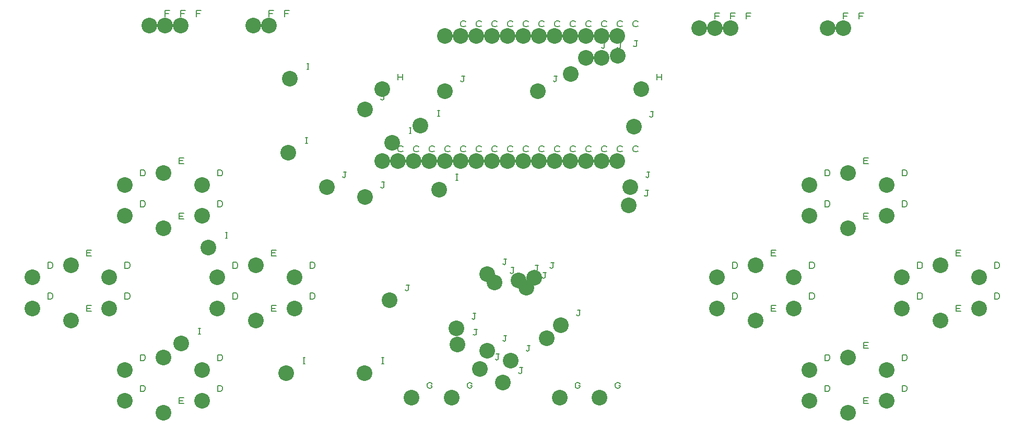
<source format=gbr>
G04 EasyPC Gerber Version 21.0.3 Build 4286 *
G04 #@! TF.Part,Single*
G04 #@! TF.FileFunction,Drillmap *
G04 #@! TF.FilePolarity,Positive *
%FSLAX35Y35*%
%MOIN*%
%ADD16C,0.00500*%
G04 #@! TA.AperFunction,ComponentPad*
%ADD17C,0.10000*%
X0Y0D02*
D02*
D16*
X84856Y231187D02*
Y234937D01*
X86731*
X87356Y234625*
X87669Y234313*
X87981Y233687*
Y232437*
X87669Y231813*
X87356Y231500*
X86731Y231187*
X84856*
Y250872D02*
Y254622D01*
X86731*
X87356Y254310*
X87669Y253998*
X87981Y253372*
Y252122*
X87669Y251498*
X87356Y251185*
X86731Y250872*
X84856*
X109463Y223313D02*
Y227063D01*
X112588*
X111963Y225189D02*
X109463D01*
Y223313D02*
X112588D01*
X109463Y258746D02*
Y262496D01*
X112588*
X111963Y260622D02*
X109463D01*
Y258746D02*
X112588D01*
X134069Y231187D02*
Y234937D01*
X135944*
X136569Y234625*
X136881Y234313*
X137194Y233687*
Y232437*
X136881Y231813*
X136569Y231500*
X135944Y231187*
X134069*
Y250872D02*
Y254622D01*
X135944*
X136569Y254310*
X136881Y253998*
X137194Y253372*
Y252122*
X136881Y251498*
X136569Y251185*
X135944Y250872*
X134069*
X143911Y172132D02*
Y175882D01*
X145787*
X146411Y175570*
X146724Y175257*
X147037Y174632*
Y173382*
X146724Y172757*
X146411Y172445*
X145787Y172132*
X143911*
Y191817D02*
Y195567D01*
X145787*
X146411Y195255*
X146724Y194943*
X147037Y194317*
Y193067*
X146724Y192443*
X146411Y192130*
X145787Y191817*
X143911*
Y290243D02*
Y293993D01*
X145787*
X146411Y293680*
X146724Y293368*
X147037Y292743*
Y291493*
X146724Y290868*
X146411Y290555*
X145787Y290243*
X143911*
Y309928D02*
Y313678D01*
X145787*
X146411Y313365*
X146724Y313053*
X147037Y312428*
Y311178*
X146724Y310553*
X146411Y310240*
X145787Y309928*
X143911*
X159463Y411896D02*
Y415646D01*
X162588*
X161963Y413771D02*
X159463D01*
X168518Y164258D02*
Y168008D01*
X171643*
X171018Y166133D02*
X168518D01*
Y164258D02*
X171643D01*
X168518Y199691D02*
Y203441D01*
X171643*
X171018Y201567D02*
X168518D01*
Y199691D02*
X171643D01*
X168518Y282369D02*
Y286119D01*
X171643*
X171018Y284244D02*
X168518D01*
Y282369D02*
X171643D01*
X168518Y317802D02*
Y321552D01*
X171643*
X171018Y319677D02*
X168518D01*
Y317802D02*
X171643D01*
X169463Y411896D02*
Y415646D01*
X172588*
X171963Y413771D02*
X169463D01*
X179463Y411896D02*
Y415646D01*
X182588*
X181963Y413771D02*
X179463D01*
X180872Y208746D02*
X182122D01*
X181498D02*
Y212496D01*
X180872D02*
X182122D01*
X193124Y172132D02*
Y175882D01*
X194999*
X195624Y175570*
X195937Y175257*
X196249Y174632*
Y173382*
X195937Y172757*
X195624Y172445*
X194999Y172132*
X193124*
Y191817D02*
Y195567D01*
X194999*
X195624Y195255*
X195937Y194943*
X196249Y194317*
Y193067*
X195937Y192443*
X195624Y192130*
X194999Y191817*
X193124*
Y290243D02*
Y293993D01*
X194999*
X195624Y293680*
X195937Y293368*
X196249Y292743*
Y291493*
X195937Y290868*
X195624Y290555*
X194999Y290243*
X193124*
Y309928D02*
Y313678D01*
X194999*
X195624Y313365*
X195937Y313053*
X196249Y312428*
Y311178*
X195937Y310553*
X195624Y310240*
X194999Y309928*
X193124*
X198195Y270164D02*
X199445D01*
X198820D02*
Y273914D01*
X198195D02*
X199445D01*
X202967Y231187D02*
Y234937D01*
X204842*
X205467Y234625*
X205779Y234313*
X206092Y233687*
Y232437*
X205779Y231813*
X205467Y231500*
X204842Y231187*
X202967*
Y250872D02*
Y254622D01*
X204842*
X205467Y254310*
X205779Y253998*
X206092Y253372*
Y252122*
X205779Y251498*
X205467Y251185*
X204842Y250872*
X202967*
X225841Y411896D02*
Y415646D01*
X228966*
X228341Y413771D02*
X225841D01*
X227573Y223313D02*
Y227063D01*
X230698*
X230073Y225189D02*
X227573D01*
Y223313D02*
X230698D01*
X227573Y258746D02*
Y262496D01*
X230698*
X230073Y260622D02*
X227573D01*
Y258746D02*
X230698D01*
X235841Y411896D02*
Y415646D01*
X238966*
X238341Y413771D02*
X235841D01*
X247802Y189849D02*
X249052D01*
X248427D02*
Y193599D01*
X247802D02*
X249052D01*
X249376Y330794D02*
X250626D01*
X250002D02*
Y334544D01*
X249376D02*
X250626D01*
X250164Y378038D02*
X251414D01*
X250789D02*
Y381788D01*
X250164D02*
X251414D01*
X252179Y231187D02*
Y234937D01*
X254054*
X254679Y234625*
X254992Y234313*
X255304Y233687*
Y232437*
X254992Y231813*
X254679Y231500*
X254054Y231187*
X252179*
Y250872D02*
Y254622D01*
X254054*
X254679Y254310*
X254992Y253998*
X255304Y253372*
Y252122*
X254992Y251498*
X254679Y251185*
X254054Y250872*
X252179*
X272848Y309372D02*
X273161Y309059D01*
X273786Y308746*
X274411Y309059*
X274724Y309372*
Y312496*
X275348*
X274724D02*
X273474D01*
X297998Y189849D02*
X299248D01*
X298624D02*
Y193599D01*
X297998D02*
X299248D01*
X297258Y302848D02*
X297570Y302535D01*
X298195Y302223*
X298820Y302535*
X299133Y302848*
Y305973*
X299758*
X299133D02*
X297883D01*
X297258Y358978D02*
X297570Y358665D01*
X298195Y358353*
X298820Y358665*
X299133Y358978*
Y362103*
X299758*
X299133D02*
X297883D01*
X308281Y371345D02*
Y375095D01*
Y373220D02*
X311407D01*
Y371345D02*
Y375095D01*
X311564Y325907D02*
X311252Y325594D01*
X310626Y325282*
X309689*
X309064Y325594*
X308752Y325907*
X308439Y326532*
Y327782*
X308752Y328407*
X309064Y328720*
X309689Y329032*
X310626*
X311252Y328720*
X311564Y328407*
X313006Y236931D02*
X313319Y236618D01*
X313943Y236306*
X314569Y236618*
X314881Y236931*
Y240056*
X315506*
X314881D02*
X313631D01*
X315518Y337093D02*
X316768D01*
X316143D02*
Y340843D01*
X315518D02*
X316768D01*
X321564Y325907D02*
X321252Y325594D01*
X320626Y325282*
X319689*
X319064Y325594*
X318752Y325907*
X318439Y326532*
Y327782*
X318752Y328407*
X319064Y328720*
X319689Y329032*
X320626*
X321252Y328720*
X321564Y328407*
X329170Y175663D02*
X330107D01*
Y175351*
X329795Y174726*
X329482Y174413*
X328857Y174101*
X328232*
X327607Y174413*
X327295Y174726*
X326982Y175351*
Y176601*
X327295Y177226*
X327607Y177539*
X328232Y177851*
X328857*
X329482Y177539*
X329795Y177226*
X330107Y176601*
X331564Y325907D02*
X331252Y325594D01*
X330626Y325282*
X329689*
X329064Y325594*
X328752Y325907*
X328439Y326532*
Y327782*
X328752Y328407*
X329064Y328720*
X329689Y329032*
X330626*
X331252Y328720*
X331564Y328407*
X333628Y348117D02*
X334878D01*
X334254D02*
Y351867D01*
X333628D02*
X334878D01*
X341564Y325907D02*
X341252Y325594D01*
X340626Y325282*
X339689*
X339064Y325594*
X338752Y325907*
X338439Y326532*
Y327782*
X338752Y328407*
X339064Y328720*
X339689Y329032*
X340626*
X341252Y328720*
X341564Y328407*
X345439Y307172D02*
X346689D01*
X346065D02*
Y310922D01*
X345439D02*
X346689D01*
X351564Y325907D02*
X351252Y325594D01*
X350626Y325282*
X349689*
X349064Y325594*
X348752Y325907*
X348439Y326532*
Y327782*
X348752Y328407*
X349064Y328720*
X349689Y329032*
X350626*
X351252Y328720*
X351564Y328407*
X348439Y370789D02*
X348752Y370476D01*
X349376Y370164*
X350002Y370476*
X350314Y370789*
Y373914*
X350939*
X350314D02*
X349064D01*
X351564Y405907D02*
X351252Y405594D01*
X350626Y405282*
X349689*
X349064Y405594*
X348752Y405907*
X348439Y406532*
Y407782*
X348752Y408407*
X349064Y408720*
X349689Y409032*
X350626*
X351252Y408720*
X351564Y408407*
X354760Y175663D02*
X355698D01*
Y175351*
X355385Y174726*
X355073Y174413*
X354448Y174101*
X353823*
X353198Y174413*
X352885Y174726*
X352573Y175351*
Y176601*
X352885Y177226*
X353198Y177539*
X353823Y177851*
X354448*
X355073Y177539*
X355385Y177226*
X355698Y176601*
X355526Y218820D02*
X355838Y218508D01*
X356463Y218195*
X357088Y218508*
X357401Y218820*
Y221945*
X358026*
X357401D02*
X356151D01*
X356313Y208584D02*
X356626Y208272D01*
X357250Y207959*
X357876Y208272*
X358188Y208584*
Y211709*
X358813*
X358188D02*
X356938D01*
X361564Y325907D02*
X361252Y325594D01*
X360626Y325282*
X359689*
X359064Y325594*
X358752Y325907*
X358439Y326532*
Y327782*
X358752Y328407*
X359064Y328720*
X359689Y329032*
X360626*
X361252Y328720*
X361564Y328407*
Y405907D02*
X361252Y405594D01*
X360626Y405282*
X359689*
X359064Y405594*
X358752Y405907*
X358439Y406532*
Y407782*
X358752Y408407*
X359064Y408720*
X359689Y409032*
X360626*
X361252Y408720*
X361564Y408407*
X371564Y325907D02*
X371252Y325594D01*
X370626Y325282*
X369689*
X369064Y325594*
X368752Y325907*
X368439Y326532*
Y327782*
X368752Y328407*
X369064Y328720*
X369689Y329032*
X370626*
X371252Y328720*
X371564Y328407*
Y405907D02*
X371252Y405594D01*
X370626Y405282*
X369689*
X369064Y405594*
X368752Y405907*
X368439Y406532*
Y407782*
X368752Y408407*
X369064Y408720*
X369689Y409032*
X370626*
X371252Y408720*
X371564Y408407*
X370486Y192836D02*
X370799Y192524D01*
X371424Y192211*
X372049Y192524*
X372361Y192836*
Y195961*
X372986*
X372361D02*
X371111D01*
X375211Y204647D02*
X375523Y204335D01*
X376148Y204022*
X376773Y204335*
X377086Y204647*
Y207772*
X377711*
X377086D02*
X375836D01*
X375211Y253663D02*
X375523Y253350D01*
X376148Y253038*
X376773Y253350*
X377086Y253663*
Y256788*
X377711*
X377086D02*
X375836D01*
X381564Y325907D02*
X381252Y325594D01*
X380626Y325282*
X379689*
X379064Y325594*
X378752Y325907*
X378439Y326532*
Y327782*
X378752Y328407*
X379064Y328720*
X379689Y329032*
X380626*
X381252Y328720*
X381564Y328407*
Y405907D02*
X381252Y405594D01*
X380626Y405282*
X379689*
X379064Y405594*
X378752Y405907*
X378439Y406532*
Y407782*
X378752Y408407*
X379064Y408720*
X379689Y409032*
X380626*
X381252Y408720*
X381564Y408407*
X379935Y248151D02*
X380248Y247839D01*
X380872Y247526*
X381498Y247839*
X381810Y248151*
Y251276*
X382435*
X381810D02*
X380560D01*
X385447Y184175D02*
X385759Y183862D01*
X386384Y183550*
X387009Y183862*
X387322Y184175*
Y187300*
X387947*
X387322D02*
X386072D01*
X391564Y325907D02*
X391252Y325594D01*
X390626Y325282*
X389689*
X389064Y325594*
X388752Y325907*
X388439Y326532*
Y327782*
X388752Y328407*
X389064Y328720*
X389689Y329032*
X390626*
X391252Y328720*
X391564Y328407*
Y405907D02*
X391252Y405594D01*
X390626Y405282*
X389689*
X389064Y405594*
X388752Y405907*
X388439Y406532*
Y407782*
X388752Y408407*
X389064Y408720*
X389689Y409032*
X390626*
X391252Y408720*
X391564Y408407*
X390171Y198348D02*
X390484Y198035D01*
X391109Y197723*
X391734Y198035*
X392046Y198348*
Y201473*
X392671*
X392046D02*
X390796D01*
X395309Y249726D02*
X395622Y249413D01*
X396246Y249101*
X396872Y249413*
X397184Y249726*
Y252851*
X397809*
X397184D02*
X395934D01*
X401564Y325907D02*
X401252Y325594D01*
X400626Y325282*
X399689*
X399064Y325594*
X398752Y325907*
X398439Y326532*
Y327782*
X398752Y328407*
X399064Y328720*
X399689Y329032*
X400626*
X401252Y328720*
X401564Y328407*
Y405907D02*
X401252Y405594D01*
X400626Y405282*
X399689*
X399064Y405594*
X398752Y405907*
X398439Y406532*
Y407782*
X398752Y408407*
X399064Y408720*
X399689Y409032*
X400626*
X401252Y408720*
X401564Y408407*
X400309Y245002D02*
X400622Y244689D01*
X401246Y244376*
X401872Y244689*
X402184Y245002*
Y248126*
X402809*
X402184D02*
X400934D01*
X405309Y251301D02*
X405622Y250988D01*
X406246Y250676*
X406872Y250988*
X407184Y251301*
Y254426*
X407809*
X407184D02*
X405934D01*
X407494Y370789D02*
X407807Y370476D01*
X408431Y370164*
X409057Y370476*
X409369Y370789*
Y373914*
X409994*
X409369D02*
X408119D01*
X411564Y325907D02*
X411252Y325594D01*
X410626Y325282*
X409689*
X409064Y325594*
X408752Y325907*
X408439Y326532*
Y327782*
X408752Y328407*
X409064Y328720*
X409689Y329032*
X410626*
X411252Y328720*
X411564Y328407*
Y405907D02*
X411252Y405594D01*
X410626Y405282*
X409689*
X409064Y405594*
X408752Y405907*
X408439Y406532*
Y407782*
X408752Y408407*
X409064Y408720*
X409689Y409032*
X410626*
X411252Y408720*
X411564Y408407*
X414337Y211896D02*
X415587D01*
X414962D02*
Y215646D01*
X414337D02*
X415587D01*
X421564Y325907D02*
X421252Y325594D01*
X420626Y325282*
X419689*
X419064Y325594*
X418752Y325907*
X418439Y326532*
Y327782*
X418752Y328407*
X419064Y328720*
X419689Y329032*
X420626*
X421252Y328720*
X421564Y328407*
Y405907D02*
X421252Y405594D01*
X420626Y405282*
X419689*
X419064Y405594*
X418752Y405907*
X418439Y406532*
Y407782*
X418752Y408407*
X419064Y408720*
X419689Y409032*
X420626*
X421252Y408720*
X421564Y408407*
X423658Y175663D02*
X424596D01*
Y175351*
X424283Y174726*
X423970Y174413*
X423346Y174101*
X422720*
X422096Y174413*
X421783Y174726*
X421470Y175351*
Y176601*
X421783Y177226*
X422096Y177539*
X422720Y177851*
X423346*
X423970Y177539*
X424283Y177226*
X424596Y176601*
X422258Y220986D02*
X422570Y220673D01*
X423195Y220361*
X423820Y220673*
X424133Y220986*
Y224111*
X424758*
X424133D02*
X422883D01*
X431564Y325907D02*
X431252Y325594D01*
X430626Y325282*
X429689*
X429064Y325594*
X428752Y325907*
X428439Y326532*
Y327782*
X428752Y328407*
X429064Y328720*
X429689Y329032*
X430626*
X431252Y328720*
X431564Y328407*
Y405907D02*
X431252Y405594D01*
X430626Y405282*
X429689*
X429064Y405594*
X428752Y405907*
X428439Y406532*
Y407782*
X428752Y408407*
X429064Y408720*
X429689Y409032*
X430626*
X431252Y408720*
X431564Y408407*
X428754Y381813D02*
X429067Y381500D01*
X429691Y381187*
X430317Y381500*
X430629Y381813*
Y384937*
X431254*
X430629D02*
X429379D01*
X438203Y392049D02*
X438515Y391736D01*
X439140Y391424*
X439765Y391736*
X440078Y392049*
Y395174*
X440703*
X440078D02*
X438828D01*
X441564Y325907D02*
X441252Y325594D01*
X440626Y325282*
X439689*
X439064Y325594*
X438752Y325907*
X438439Y326532*
Y327782*
X438752Y328407*
X439064Y328720*
X439689Y329032*
X440626*
X441252Y328720*
X441564Y328407*
Y405907D02*
X441252Y405594D01*
X440626Y405282*
X439689*
X439064Y405594*
X438752Y405907*
X438439Y406532*
Y407782*
X438752Y408407*
X439064Y408720*
X439689Y409032*
X440626*
X441252Y408720*
X441564Y408407*
X449248Y175663D02*
X450186D01*
Y175351*
X449874Y174726*
X449561Y174413*
X448936Y174101*
X448311*
X447686Y174413*
X447374Y174726*
X447061Y175351*
Y176601*
X447374Y177226*
X447686Y177539*
X448311Y177851*
X448936*
X449561Y177539*
X449874Y177226*
X450186Y176601*
X451564Y325907D02*
X451252Y325594D01*
X450626Y325282*
X449689*
X449064Y325594*
X448752Y325907*
X448439Y326532*
Y327782*
X448752Y328407*
X449064Y328720*
X449689Y329032*
X450626*
X451252Y328720*
X451564Y328407*
X448439Y392049D02*
X448752Y391736D01*
X449376Y391424*
X450002Y391736*
X450314Y392049*
Y395174*
X450939*
X450314D02*
X449064D01*
X451564Y405907D02*
X451252Y405594D01*
X450626Y405282*
X449689*
X449064Y405594*
X448752Y405907*
X448439Y406532*
Y407782*
X448752Y408407*
X449064Y408720*
X449689Y409032*
X450626*
X451252Y408720*
X451564Y408407*
X461564Y325907D02*
X461252Y325594D01*
X460626Y325282*
X459689*
X459064Y325594*
X458752Y325907*
X458439Y326532*
Y327782*
X458752Y328407*
X459064Y328720*
X459689Y329032*
X460626*
X461252Y328720*
X461564Y328407*
Y405907D02*
X461252Y405594D01*
X460626Y405282*
X459689*
X459064Y405594*
X458752Y405907*
X458439Y406532*
Y407782*
X458752Y408407*
X459064Y408720*
X459689Y409032*
X460626*
X461252Y408720*
X461564Y408407*
X458675Y393230D02*
X458988Y392917D01*
X459613Y392605*
X460238Y392917*
X460550Y393230*
Y396355*
X461175*
X460550D02*
X459300D01*
X465762Y297561D02*
X466074Y297248D01*
X466699Y296935*
X467324Y297248*
X467637Y297561*
Y300685*
X468262*
X467637D02*
X466387D01*
X466549Y309372D02*
X466862Y309059D01*
X467487Y308746*
X468112Y309059*
X468424Y309372*
Y312496*
X469049*
X468424D02*
X467174D01*
X468911Y347954D02*
X469224Y347642D01*
X469849Y347329*
X470474Y347642*
X470787Y347954*
Y351079*
X471411*
X470787D02*
X469537D01*
X473636Y371345D02*
Y375095D01*
Y373220D02*
X476761D01*
Y371345D02*
Y375095D01*
X510644Y410321D02*
Y414071D01*
X513769*
X513144Y412196D02*
X510644D01*
X520644Y410321D02*
Y414071D01*
X523769*
X523144Y412196D02*
X520644D01*
X521864Y231187D02*
Y234937D01*
X523739*
X524364Y234625*
X524677Y234313*
X524989Y233687*
Y232437*
X524677Y231813*
X524364Y231500*
X523739Y231187*
X521864*
Y250872D02*
Y254622D01*
X523739*
X524364Y254310*
X524677Y253998*
X524989Y253372*
Y252122*
X524677Y251498*
X524364Y251185*
X523739Y250872*
X521864*
X530644Y410321D02*
Y414071D01*
X533769*
X533144Y412196D02*
X530644D01*
X546470Y223313D02*
Y227063D01*
X549596*
X548970Y225189D02*
X546470D01*
Y223313D02*
X549596D01*
X546470Y258746D02*
Y262496D01*
X549596*
X548970Y260622D02*
X546470D01*
Y258746D02*
X549596D01*
X571077Y231187D02*
Y234937D01*
X572952*
X573577Y234625*
X573889Y234313*
X574202Y233687*
Y232437*
X573889Y231813*
X573577Y231500*
X572952Y231187*
X571077*
Y250872D02*
Y254622D01*
X572952*
X573577Y254310*
X573889Y253998*
X574202Y253372*
Y252122*
X573889Y251498*
X573577Y251185*
X572952Y250872*
X571077*
X580919Y172132D02*
Y175882D01*
X582794*
X583419Y175570*
X583732Y175257*
X584044Y174632*
Y173382*
X583732Y172757*
X583419Y172445*
X582794Y172132*
X580919*
Y191817D02*
Y195567D01*
X582794*
X583419Y195255*
X583732Y194943*
X584044Y194317*
Y193067*
X583732Y192443*
X583419Y192130*
X582794Y191817*
X580919*
Y290243D02*
Y293993D01*
X582794*
X583419Y293680*
X583732Y293368*
X584044Y292743*
Y291493*
X583732Y290868*
X583419Y290555*
X582794Y290243*
X580919*
Y309928D02*
Y313678D01*
X582794*
X583419Y313365*
X583732Y313053*
X584044Y312428*
Y311178*
X583732Y310553*
X583419Y310240*
X582794Y309928*
X580919*
X592533Y410321D02*
Y414071D01*
X595659*
X595033Y412196D02*
X592533D01*
X602533Y410321D02*
Y414071D01*
X605659*
X605033Y412196D02*
X602533D01*
X605526Y164258D02*
Y168008D01*
X608651*
X608026Y166133D02*
X605526D01*
Y164258D02*
X608651D01*
X605526Y199691D02*
Y203441D01*
X608651*
X608026Y201567D02*
X605526D01*
Y199691D02*
X608651D01*
X605526Y282369D02*
Y286119D01*
X608651*
X608026Y284244D02*
X605526D01*
Y282369D02*
X608651D01*
X605526Y317802D02*
Y321552D01*
X608651*
X608026Y319677D02*
X605526D01*
Y317802D02*
X608651D01*
X630132Y172132D02*
Y175882D01*
X632007*
X632632Y175570*
X632944Y175257*
X633257Y174632*
Y173382*
X632944Y172757*
X632632Y172445*
X632007Y172132*
X630132*
Y191817D02*
Y195567D01*
X632007*
X632632Y195255*
X632944Y194943*
X633257Y194317*
Y193067*
X632944Y192443*
X632632Y192130*
X632007Y191817*
X630132*
Y290243D02*
Y293993D01*
X632007*
X632632Y293680*
X632944Y293368*
X633257Y292743*
Y291493*
X632944Y290868*
X632632Y290555*
X632007Y290243*
X630132*
Y309928D02*
Y313678D01*
X632007*
X632632Y313365*
X632944Y313053*
X633257Y312428*
Y311178*
X632944Y310553*
X632632Y310240*
X632007Y309928*
X630132*
X639974Y231187D02*
Y234937D01*
X641850*
X642474Y234625*
X642787Y234313*
X643100Y233687*
Y232437*
X642787Y231813*
X642474Y231500*
X641850Y231187*
X639974*
Y250872D02*
Y254622D01*
X641850*
X642474Y254310*
X642787Y253998*
X643100Y253372*
Y252122*
X642787Y251498*
X642474Y251185*
X641850Y250872*
X639974*
X664581Y223313D02*
Y227063D01*
X667706*
X667081Y225189D02*
X664581D01*
Y223313D02*
X667706D01*
X664581Y258746D02*
Y262496D01*
X667706*
X667081Y260622D02*
X664581D01*
Y258746D02*
X667706D01*
X689187Y231187D02*
Y234937D01*
X691062*
X691687Y234625*
X692000Y234313*
X692312Y233687*
Y232437*
X692000Y231813*
X691687Y231500*
X691062Y231187*
X689187*
Y250872D02*
Y254622D01*
X691062*
X691687Y254310*
X692000Y253998*
X692312Y253372*
Y252122*
X692000Y251498*
X691687Y251185*
X691062Y250872*
X689187*
D02*
D17*
X74856Y225250D03*
Y244935D03*
X99463Y217376D03*
Y252809D03*
X124069Y225250D03*
Y244935D03*
X133911Y166195D03*
Y185880D03*
Y284305D03*
Y303990D03*
X149463Y405959D03*
X158518Y158321D03*
Y193754D03*
Y276431D03*
Y311864D03*
X159463Y405959D03*
X169463D03*
X169935Y202809D03*
X183124Y166195D03*
Y185880D03*
Y284305D03*
Y303990D03*
X187258Y264226D03*
X192967Y225250D03*
Y244935D03*
X215841Y405959D03*
X217573Y217376D03*
Y252809D03*
X225841Y405959D03*
X236864Y183911D03*
X238439Y324856D03*
X239226Y372100D03*
X242179Y225250D03*
Y244935D03*
X262848Y302809D03*
X287061Y183911D03*
X287258Y296285D03*
Y352415D03*
X298281Y365407D03*
X298439Y319344D03*
X303006Y230368D03*
X304581Y331156D03*
X308439Y319344D03*
X316982Y168163D03*
X318439Y319344D03*
X322691Y342179D03*
X328439Y319344D03*
X334502Y301234D03*
X338439Y319344D03*
Y364226D03*
Y399344D03*
X342573Y168163D03*
X345526Y212258D03*
X346313Y202022D03*
X348439Y319344D03*
Y399344D03*
X358439Y319344D03*
Y399344D03*
X360486Y186274D03*
X365211Y198085D03*
Y247100D03*
X368439Y319344D03*
Y399344D03*
X369935Y241589D03*
X375447Y177612D03*
X378439Y319344D03*
Y399344D03*
X380171Y191785D03*
X385309Y243163D03*
X388439Y319344D03*
Y399344D03*
X390309Y238439D03*
X395309Y244738D03*
X397494Y364226D03*
X398439Y319344D03*
Y399344D03*
X403400Y205959D03*
X408439Y319344D03*
Y399344D03*
X411470Y168163D03*
X412258Y214423D03*
X418439Y319344D03*
Y399344D03*
X418754Y375250D03*
X428203Y385486D03*
X428439Y319344D03*
Y399344D03*
X437061Y168163D03*
X438439Y319344D03*
Y385486D03*
Y399344D03*
X448439Y319344D03*
Y399344D03*
X448675Y386667D03*
X455762Y290998D03*
X456549Y302809D03*
X458911Y341392D03*
X463636Y365407D03*
X500644Y404384D03*
X510644D03*
X511864Y225250D03*
Y244935D03*
X520644Y404384D03*
X536470Y217376D03*
Y252809D03*
X561077Y225250D03*
Y244935D03*
X570919Y166195D03*
Y185880D03*
Y284305D03*
Y303990D03*
X582533Y404384D03*
X592533D03*
X595526Y158321D03*
Y193754D03*
Y276431D03*
Y311864D03*
X620132Y166195D03*
Y185880D03*
Y284305D03*
Y303990D03*
X629974Y225250D03*
Y244935D03*
X654581Y217376D03*
Y252809D03*
X679187Y225250D03*
Y244935D03*
X0Y0D02*
M02*

</source>
